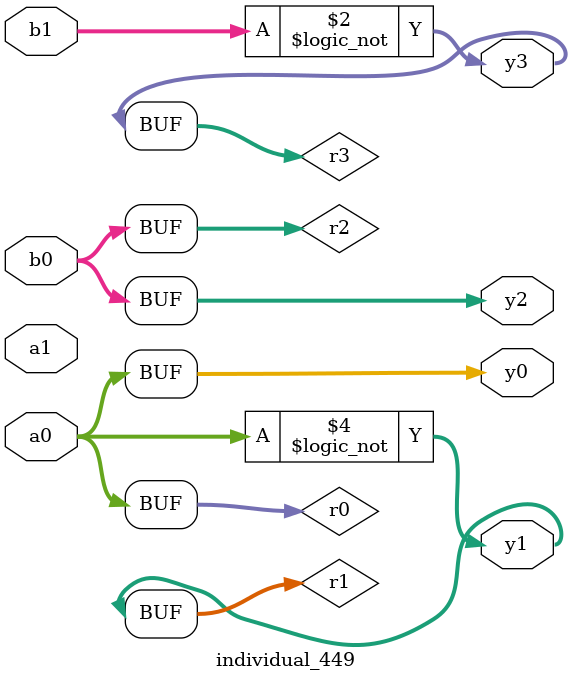
<source format=sv>
module individual_449(input logic [15:0] a1, input logic [15:0] a0, input logic [15:0] b1, input logic [15:0] b0, output logic [15:0] y3, output logic [15:0] y2, output logic [15:0] y1, output logic [15:0] y0);
logic [15:0] r0, r1, r2, r3;  always@(*) begin 	 r0 = a0; r1 = a1; r2 = b0; r3 = b1;  	 r3 = ! b1 ; 	 r1  ^=  a0 ; 	 r1 = ! r0 ; 	 y3 = r3; y2 = r2; y1 = r1; y0 = r0; end
endmodule
</source>
